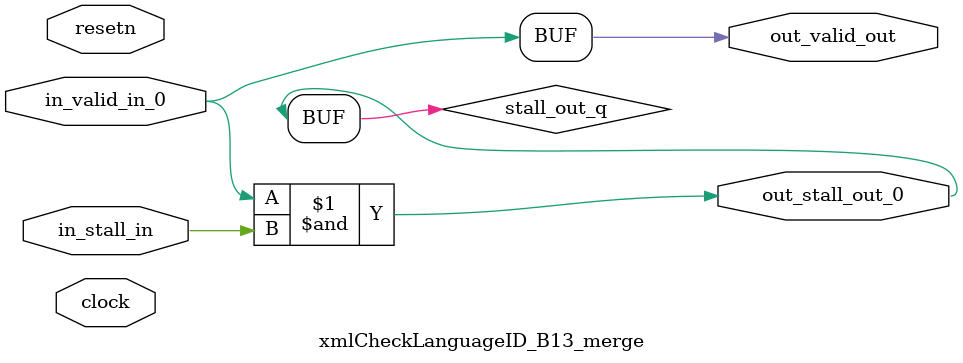
<source format=sv>



(* altera_attribute = "-name AUTO_SHIFT_REGISTER_RECOGNITION OFF; -name MESSAGE_DISABLE 10036; -name MESSAGE_DISABLE 10037; -name MESSAGE_DISABLE 14130; -name MESSAGE_DISABLE 14320; -name MESSAGE_DISABLE 15400; -name MESSAGE_DISABLE 14130; -name MESSAGE_DISABLE 10036; -name MESSAGE_DISABLE 12020; -name MESSAGE_DISABLE 12030; -name MESSAGE_DISABLE 12010; -name MESSAGE_DISABLE 12110; -name MESSAGE_DISABLE 14320; -name MESSAGE_DISABLE 13410; -name MESSAGE_DISABLE 113007; -name MESSAGE_DISABLE 10958" *)
module xmlCheckLanguageID_B13_merge (
    input wire [0:0] in_stall_in,
    input wire [0:0] in_valid_in_0,
    output wire [0:0] out_stall_out_0,
    output wire [0:0] out_valid_out,
    input wire clock,
    input wire resetn
    );

    wire [0:0] stall_out_q;


    // stall_out(LOGICAL,6)
    assign stall_out_q = in_valid_in_0 & in_stall_in;

    // out_stall_out_0(GPOUT,4)
    assign out_stall_out_0 = stall_out_q;

    // out_valid_out(GPOUT,5)
    assign out_valid_out = in_valid_in_0;

endmodule

</source>
